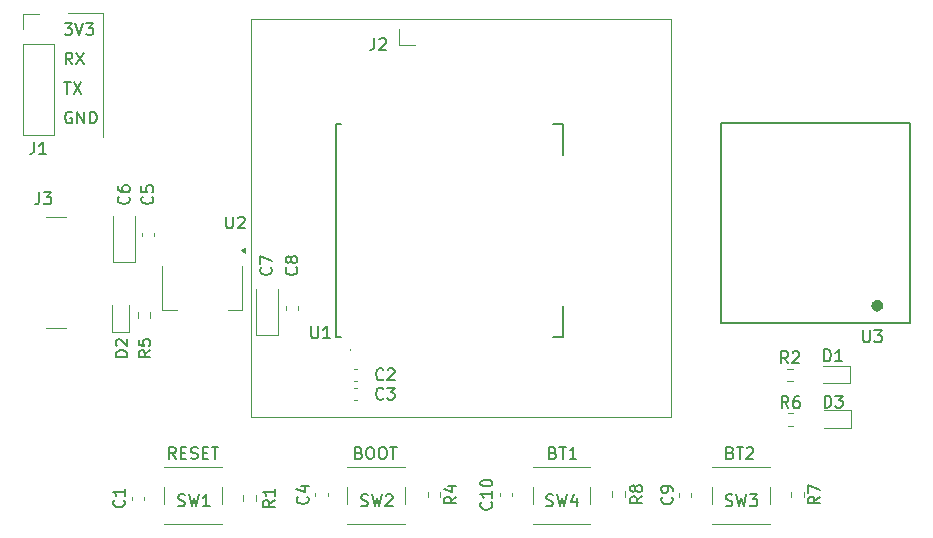
<source format=gbr>
%TF.GenerationSoftware,KiCad,Pcbnew,8.0.5*%
%TF.CreationDate,2024-11-10T21:17:35+07:00*%
%TF.ProjectId,PCB_MASTER,5043425f-4d41-4535-9445-522e6b696361,rev?*%
%TF.SameCoordinates,Original*%
%TF.FileFunction,Legend,Top*%
%TF.FilePolarity,Positive*%
%FSLAX46Y46*%
G04 Gerber Fmt 4.6, Leading zero omitted, Abs format (unit mm)*
G04 Created by KiCad (PCBNEW 8.0.5) date 2024-11-10 21:17:35*
%MOMM*%
%LPD*%
G01*
G04 APERTURE LIST*
%ADD10C,0.100000*%
%ADD11C,0.150000*%
%ADD12C,0.120000*%
%ADD13C,0.200000*%
%ADD14C,0.812800*%
G04 APERTURE END LIST*
D10*
X99500000Y-65500000D02*
X102500000Y-65500000D01*
X102500000Y-65500000D02*
X102500000Y-76000000D01*
D11*
X99193922Y-71369819D02*
X99765350Y-71369819D01*
X99479636Y-72369819D02*
X99479636Y-71369819D01*
X100003446Y-71369819D02*
X100670112Y-72369819D01*
X100670112Y-71369819D02*
X100003446Y-72369819D01*
X99241541Y-66369819D02*
X99860588Y-66369819D01*
X99860588Y-66369819D02*
X99527255Y-66750771D01*
X99527255Y-66750771D02*
X99670112Y-66750771D01*
X99670112Y-66750771D02*
X99765350Y-66798390D01*
X99765350Y-66798390D02*
X99812969Y-66846009D01*
X99812969Y-66846009D02*
X99860588Y-66941247D01*
X99860588Y-66941247D02*
X99860588Y-67179342D01*
X99860588Y-67179342D02*
X99812969Y-67274580D01*
X99812969Y-67274580D02*
X99765350Y-67322200D01*
X99765350Y-67322200D02*
X99670112Y-67369819D01*
X99670112Y-67369819D02*
X99384398Y-67369819D01*
X99384398Y-67369819D02*
X99289160Y-67322200D01*
X99289160Y-67322200D02*
X99241541Y-67274580D01*
X100146303Y-66369819D02*
X100479636Y-67369819D01*
X100479636Y-67369819D02*
X100812969Y-66369819D01*
X101051065Y-66369819D02*
X101670112Y-66369819D01*
X101670112Y-66369819D02*
X101336779Y-66750771D01*
X101336779Y-66750771D02*
X101479636Y-66750771D01*
X101479636Y-66750771D02*
X101574874Y-66798390D01*
X101574874Y-66798390D02*
X101622493Y-66846009D01*
X101622493Y-66846009D02*
X101670112Y-66941247D01*
X101670112Y-66941247D02*
X101670112Y-67179342D01*
X101670112Y-67179342D02*
X101622493Y-67274580D01*
X101622493Y-67274580D02*
X101574874Y-67322200D01*
X101574874Y-67322200D02*
X101479636Y-67369819D01*
X101479636Y-67369819D02*
X101193922Y-67369819D01*
X101193922Y-67369819D02*
X101098684Y-67322200D01*
X101098684Y-67322200D02*
X101051065Y-67274580D01*
X99908207Y-69869819D02*
X99574874Y-69393628D01*
X99336779Y-69869819D02*
X99336779Y-68869819D01*
X99336779Y-68869819D02*
X99717731Y-68869819D01*
X99717731Y-68869819D02*
X99812969Y-68917438D01*
X99812969Y-68917438D02*
X99860588Y-68965057D01*
X99860588Y-68965057D02*
X99908207Y-69060295D01*
X99908207Y-69060295D02*
X99908207Y-69203152D01*
X99908207Y-69203152D02*
X99860588Y-69298390D01*
X99860588Y-69298390D02*
X99812969Y-69346009D01*
X99812969Y-69346009D02*
X99717731Y-69393628D01*
X99717731Y-69393628D02*
X99336779Y-69393628D01*
X100241541Y-68869819D02*
X100908207Y-69869819D01*
X100908207Y-68869819D02*
X100241541Y-69869819D01*
X124170112Y-102746009D02*
X124312969Y-102793628D01*
X124312969Y-102793628D02*
X124360588Y-102841247D01*
X124360588Y-102841247D02*
X124408207Y-102936485D01*
X124408207Y-102936485D02*
X124408207Y-103079342D01*
X124408207Y-103079342D02*
X124360588Y-103174580D01*
X124360588Y-103174580D02*
X124312969Y-103222200D01*
X124312969Y-103222200D02*
X124217731Y-103269819D01*
X124217731Y-103269819D02*
X123836779Y-103269819D01*
X123836779Y-103269819D02*
X123836779Y-102269819D01*
X123836779Y-102269819D02*
X124170112Y-102269819D01*
X124170112Y-102269819D02*
X124265350Y-102317438D01*
X124265350Y-102317438D02*
X124312969Y-102365057D01*
X124312969Y-102365057D02*
X124360588Y-102460295D01*
X124360588Y-102460295D02*
X124360588Y-102555533D01*
X124360588Y-102555533D02*
X124312969Y-102650771D01*
X124312969Y-102650771D02*
X124265350Y-102698390D01*
X124265350Y-102698390D02*
X124170112Y-102746009D01*
X124170112Y-102746009D02*
X123836779Y-102746009D01*
X125027255Y-102269819D02*
X125217731Y-102269819D01*
X125217731Y-102269819D02*
X125312969Y-102317438D01*
X125312969Y-102317438D02*
X125408207Y-102412676D01*
X125408207Y-102412676D02*
X125455826Y-102603152D01*
X125455826Y-102603152D02*
X125455826Y-102936485D01*
X125455826Y-102936485D02*
X125408207Y-103126961D01*
X125408207Y-103126961D02*
X125312969Y-103222200D01*
X125312969Y-103222200D02*
X125217731Y-103269819D01*
X125217731Y-103269819D02*
X125027255Y-103269819D01*
X125027255Y-103269819D02*
X124932017Y-103222200D01*
X124932017Y-103222200D02*
X124836779Y-103126961D01*
X124836779Y-103126961D02*
X124789160Y-102936485D01*
X124789160Y-102936485D02*
X124789160Y-102603152D01*
X124789160Y-102603152D02*
X124836779Y-102412676D01*
X124836779Y-102412676D02*
X124932017Y-102317438D01*
X124932017Y-102317438D02*
X125027255Y-102269819D01*
X126074874Y-102269819D02*
X126265350Y-102269819D01*
X126265350Y-102269819D02*
X126360588Y-102317438D01*
X126360588Y-102317438D02*
X126455826Y-102412676D01*
X126455826Y-102412676D02*
X126503445Y-102603152D01*
X126503445Y-102603152D02*
X126503445Y-102936485D01*
X126503445Y-102936485D02*
X126455826Y-103126961D01*
X126455826Y-103126961D02*
X126360588Y-103222200D01*
X126360588Y-103222200D02*
X126265350Y-103269819D01*
X126265350Y-103269819D02*
X126074874Y-103269819D01*
X126074874Y-103269819D02*
X125979636Y-103222200D01*
X125979636Y-103222200D02*
X125884398Y-103126961D01*
X125884398Y-103126961D02*
X125836779Y-102936485D01*
X125836779Y-102936485D02*
X125836779Y-102603152D01*
X125836779Y-102603152D02*
X125884398Y-102412676D01*
X125884398Y-102412676D02*
X125979636Y-102317438D01*
X125979636Y-102317438D02*
X126074874Y-102269819D01*
X126789160Y-102269819D02*
X127360588Y-102269819D01*
X127074874Y-103269819D02*
X127074874Y-102269819D01*
X108658207Y-103269819D02*
X108324874Y-102793628D01*
X108086779Y-103269819D02*
X108086779Y-102269819D01*
X108086779Y-102269819D02*
X108467731Y-102269819D01*
X108467731Y-102269819D02*
X108562969Y-102317438D01*
X108562969Y-102317438D02*
X108610588Y-102365057D01*
X108610588Y-102365057D02*
X108658207Y-102460295D01*
X108658207Y-102460295D02*
X108658207Y-102603152D01*
X108658207Y-102603152D02*
X108610588Y-102698390D01*
X108610588Y-102698390D02*
X108562969Y-102746009D01*
X108562969Y-102746009D02*
X108467731Y-102793628D01*
X108467731Y-102793628D02*
X108086779Y-102793628D01*
X109086779Y-102746009D02*
X109420112Y-102746009D01*
X109562969Y-103269819D02*
X109086779Y-103269819D01*
X109086779Y-103269819D02*
X109086779Y-102269819D01*
X109086779Y-102269819D02*
X109562969Y-102269819D01*
X109943922Y-103222200D02*
X110086779Y-103269819D01*
X110086779Y-103269819D02*
X110324874Y-103269819D01*
X110324874Y-103269819D02*
X110420112Y-103222200D01*
X110420112Y-103222200D02*
X110467731Y-103174580D01*
X110467731Y-103174580D02*
X110515350Y-103079342D01*
X110515350Y-103079342D02*
X110515350Y-102984104D01*
X110515350Y-102984104D02*
X110467731Y-102888866D01*
X110467731Y-102888866D02*
X110420112Y-102841247D01*
X110420112Y-102841247D02*
X110324874Y-102793628D01*
X110324874Y-102793628D02*
X110134398Y-102746009D01*
X110134398Y-102746009D02*
X110039160Y-102698390D01*
X110039160Y-102698390D02*
X109991541Y-102650771D01*
X109991541Y-102650771D02*
X109943922Y-102555533D01*
X109943922Y-102555533D02*
X109943922Y-102460295D01*
X109943922Y-102460295D02*
X109991541Y-102365057D01*
X109991541Y-102365057D02*
X110039160Y-102317438D01*
X110039160Y-102317438D02*
X110134398Y-102269819D01*
X110134398Y-102269819D02*
X110372493Y-102269819D01*
X110372493Y-102269819D02*
X110515350Y-102317438D01*
X110943922Y-102746009D02*
X111277255Y-102746009D01*
X111420112Y-103269819D02*
X110943922Y-103269819D01*
X110943922Y-103269819D02*
X110943922Y-102269819D01*
X110943922Y-102269819D02*
X111420112Y-102269819D01*
X111705827Y-102269819D02*
X112277255Y-102269819D01*
X111991541Y-103269819D02*
X111991541Y-102269819D01*
X99860588Y-73917438D02*
X99765350Y-73869819D01*
X99765350Y-73869819D02*
X99622493Y-73869819D01*
X99622493Y-73869819D02*
X99479636Y-73917438D01*
X99479636Y-73917438D02*
X99384398Y-74012676D01*
X99384398Y-74012676D02*
X99336779Y-74107914D01*
X99336779Y-74107914D02*
X99289160Y-74298390D01*
X99289160Y-74298390D02*
X99289160Y-74441247D01*
X99289160Y-74441247D02*
X99336779Y-74631723D01*
X99336779Y-74631723D02*
X99384398Y-74726961D01*
X99384398Y-74726961D02*
X99479636Y-74822200D01*
X99479636Y-74822200D02*
X99622493Y-74869819D01*
X99622493Y-74869819D02*
X99717731Y-74869819D01*
X99717731Y-74869819D02*
X99860588Y-74822200D01*
X99860588Y-74822200D02*
X99908207Y-74774580D01*
X99908207Y-74774580D02*
X99908207Y-74441247D01*
X99908207Y-74441247D02*
X99717731Y-74441247D01*
X100336779Y-74869819D02*
X100336779Y-73869819D01*
X100336779Y-73869819D02*
X100908207Y-74869819D01*
X100908207Y-74869819D02*
X100908207Y-73869819D01*
X101384398Y-74869819D02*
X101384398Y-73869819D01*
X101384398Y-73869819D02*
X101622493Y-73869819D01*
X101622493Y-73869819D02*
X101765350Y-73917438D01*
X101765350Y-73917438D02*
X101860588Y-74012676D01*
X101860588Y-74012676D02*
X101908207Y-74107914D01*
X101908207Y-74107914D02*
X101955826Y-74298390D01*
X101955826Y-74298390D02*
X101955826Y-74441247D01*
X101955826Y-74441247D02*
X101908207Y-74631723D01*
X101908207Y-74631723D02*
X101860588Y-74726961D01*
X101860588Y-74726961D02*
X101765350Y-74822200D01*
X101765350Y-74822200D02*
X101622493Y-74869819D01*
X101622493Y-74869819D02*
X101384398Y-74869819D01*
X140620112Y-102746009D02*
X140762969Y-102793628D01*
X140762969Y-102793628D02*
X140810588Y-102841247D01*
X140810588Y-102841247D02*
X140858207Y-102936485D01*
X140858207Y-102936485D02*
X140858207Y-103079342D01*
X140858207Y-103079342D02*
X140810588Y-103174580D01*
X140810588Y-103174580D02*
X140762969Y-103222200D01*
X140762969Y-103222200D02*
X140667731Y-103269819D01*
X140667731Y-103269819D02*
X140286779Y-103269819D01*
X140286779Y-103269819D02*
X140286779Y-102269819D01*
X140286779Y-102269819D02*
X140620112Y-102269819D01*
X140620112Y-102269819D02*
X140715350Y-102317438D01*
X140715350Y-102317438D02*
X140762969Y-102365057D01*
X140762969Y-102365057D02*
X140810588Y-102460295D01*
X140810588Y-102460295D02*
X140810588Y-102555533D01*
X140810588Y-102555533D02*
X140762969Y-102650771D01*
X140762969Y-102650771D02*
X140715350Y-102698390D01*
X140715350Y-102698390D02*
X140620112Y-102746009D01*
X140620112Y-102746009D02*
X140286779Y-102746009D01*
X141143922Y-102269819D02*
X141715350Y-102269819D01*
X141429636Y-103269819D02*
X141429636Y-102269819D01*
X142572493Y-103269819D02*
X142001065Y-103269819D01*
X142286779Y-103269819D02*
X142286779Y-102269819D01*
X142286779Y-102269819D02*
X142191541Y-102412676D01*
X142191541Y-102412676D02*
X142096303Y-102507914D01*
X142096303Y-102507914D02*
X142001065Y-102555533D01*
X155620112Y-102746009D02*
X155762969Y-102793628D01*
X155762969Y-102793628D02*
X155810588Y-102841247D01*
X155810588Y-102841247D02*
X155858207Y-102936485D01*
X155858207Y-102936485D02*
X155858207Y-103079342D01*
X155858207Y-103079342D02*
X155810588Y-103174580D01*
X155810588Y-103174580D02*
X155762969Y-103222200D01*
X155762969Y-103222200D02*
X155667731Y-103269819D01*
X155667731Y-103269819D02*
X155286779Y-103269819D01*
X155286779Y-103269819D02*
X155286779Y-102269819D01*
X155286779Y-102269819D02*
X155620112Y-102269819D01*
X155620112Y-102269819D02*
X155715350Y-102317438D01*
X155715350Y-102317438D02*
X155762969Y-102365057D01*
X155762969Y-102365057D02*
X155810588Y-102460295D01*
X155810588Y-102460295D02*
X155810588Y-102555533D01*
X155810588Y-102555533D02*
X155762969Y-102650771D01*
X155762969Y-102650771D02*
X155715350Y-102698390D01*
X155715350Y-102698390D02*
X155620112Y-102746009D01*
X155620112Y-102746009D02*
X155286779Y-102746009D01*
X156143922Y-102269819D02*
X156715350Y-102269819D01*
X156429636Y-103269819D02*
X156429636Y-102269819D01*
X157001065Y-102365057D02*
X157048684Y-102317438D01*
X157048684Y-102317438D02*
X157143922Y-102269819D01*
X157143922Y-102269819D02*
X157382017Y-102269819D01*
X157382017Y-102269819D02*
X157477255Y-102317438D01*
X157477255Y-102317438D02*
X157524874Y-102365057D01*
X157524874Y-102365057D02*
X157572493Y-102460295D01*
X157572493Y-102460295D02*
X157572493Y-102555533D01*
X157572493Y-102555533D02*
X157524874Y-102698390D01*
X157524874Y-102698390D02*
X156953446Y-103269819D01*
X156953446Y-103269819D02*
X157572493Y-103269819D01*
X160508333Y-95174819D02*
X160175000Y-94698628D01*
X159936905Y-95174819D02*
X159936905Y-94174819D01*
X159936905Y-94174819D02*
X160317857Y-94174819D01*
X160317857Y-94174819D02*
X160413095Y-94222438D01*
X160413095Y-94222438D02*
X160460714Y-94270057D01*
X160460714Y-94270057D02*
X160508333Y-94365295D01*
X160508333Y-94365295D02*
X160508333Y-94508152D01*
X160508333Y-94508152D02*
X160460714Y-94603390D01*
X160460714Y-94603390D02*
X160413095Y-94651009D01*
X160413095Y-94651009D02*
X160317857Y-94698628D01*
X160317857Y-94698628D02*
X159936905Y-94698628D01*
X160889286Y-94270057D02*
X160936905Y-94222438D01*
X160936905Y-94222438D02*
X161032143Y-94174819D01*
X161032143Y-94174819D02*
X161270238Y-94174819D01*
X161270238Y-94174819D02*
X161365476Y-94222438D01*
X161365476Y-94222438D02*
X161413095Y-94270057D01*
X161413095Y-94270057D02*
X161460714Y-94365295D01*
X161460714Y-94365295D02*
X161460714Y-94460533D01*
X161460714Y-94460533D02*
X161413095Y-94603390D01*
X161413095Y-94603390D02*
X160841667Y-95174819D01*
X160841667Y-95174819D02*
X161460714Y-95174819D01*
X135359580Y-106942857D02*
X135407200Y-106990476D01*
X135407200Y-106990476D02*
X135454819Y-107133333D01*
X135454819Y-107133333D02*
X135454819Y-107228571D01*
X135454819Y-107228571D02*
X135407200Y-107371428D01*
X135407200Y-107371428D02*
X135311961Y-107466666D01*
X135311961Y-107466666D02*
X135216723Y-107514285D01*
X135216723Y-107514285D02*
X135026247Y-107561904D01*
X135026247Y-107561904D02*
X134883390Y-107561904D01*
X134883390Y-107561904D02*
X134692914Y-107514285D01*
X134692914Y-107514285D02*
X134597676Y-107466666D01*
X134597676Y-107466666D02*
X134502438Y-107371428D01*
X134502438Y-107371428D02*
X134454819Y-107228571D01*
X134454819Y-107228571D02*
X134454819Y-107133333D01*
X134454819Y-107133333D02*
X134502438Y-106990476D01*
X134502438Y-106990476D02*
X134550057Y-106942857D01*
X135454819Y-105990476D02*
X135454819Y-106561904D01*
X135454819Y-106276190D02*
X134454819Y-106276190D01*
X134454819Y-106276190D02*
X134597676Y-106371428D01*
X134597676Y-106371428D02*
X134692914Y-106466666D01*
X134692914Y-106466666D02*
X134740533Y-106561904D01*
X134454819Y-105371428D02*
X134454819Y-105276190D01*
X134454819Y-105276190D02*
X134502438Y-105180952D01*
X134502438Y-105180952D02*
X134550057Y-105133333D01*
X134550057Y-105133333D02*
X134645295Y-105085714D01*
X134645295Y-105085714D02*
X134835771Y-105038095D01*
X134835771Y-105038095D02*
X135073866Y-105038095D01*
X135073866Y-105038095D02*
X135264342Y-105085714D01*
X135264342Y-105085714D02*
X135359580Y-105133333D01*
X135359580Y-105133333D02*
X135407200Y-105180952D01*
X135407200Y-105180952D02*
X135454819Y-105276190D01*
X135454819Y-105276190D02*
X135454819Y-105371428D01*
X135454819Y-105371428D02*
X135407200Y-105466666D01*
X135407200Y-105466666D02*
X135359580Y-105514285D01*
X135359580Y-105514285D02*
X135264342Y-105561904D01*
X135264342Y-105561904D02*
X135073866Y-105609523D01*
X135073866Y-105609523D02*
X134835771Y-105609523D01*
X134835771Y-105609523D02*
X134645295Y-105561904D01*
X134645295Y-105561904D02*
X134550057Y-105514285D01*
X134550057Y-105514285D02*
X134502438Y-105466666D01*
X134502438Y-105466666D02*
X134454819Y-105371428D01*
X163561905Y-95004819D02*
X163561905Y-94004819D01*
X163561905Y-94004819D02*
X163800000Y-94004819D01*
X163800000Y-94004819D02*
X163942857Y-94052438D01*
X163942857Y-94052438D02*
X164038095Y-94147676D01*
X164038095Y-94147676D02*
X164085714Y-94242914D01*
X164085714Y-94242914D02*
X164133333Y-94433390D01*
X164133333Y-94433390D02*
X164133333Y-94576247D01*
X164133333Y-94576247D02*
X164085714Y-94766723D01*
X164085714Y-94766723D02*
X164038095Y-94861961D01*
X164038095Y-94861961D02*
X163942857Y-94957200D01*
X163942857Y-94957200D02*
X163800000Y-95004819D01*
X163800000Y-95004819D02*
X163561905Y-95004819D01*
X165085714Y-95004819D02*
X164514286Y-95004819D01*
X164800000Y-95004819D02*
X164800000Y-94004819D01*
X164800000Y-94004819D02*
X164704762Y-94147676D01*
X164704762Y-94147676D02*
X164609524Y-94242914D01*
X164609524Y-94242914D02*
X164514286Y-94290533D01*
X108863910Y-107232200D02*
X109006767Y-107279819D01*
X109006767Y-107279819D02*
X109244862Y-107279819D01*
X109244862Y-107279819D02*
X109340100Y-107232200D01*
X109340100Y-107232200D02*
X109387719Y-107184580D01*
X109387719Y-107184580D02*
X109435338Y-107089342D01*
X109435338Y-107089342D02*
X109435338Y-106994104D01*
X109435338Y-106994104D02*
X109387719Y-106898866D01*
X109387719Y-106898866D02*
X109340100Y-106851247D01*
X109340100Y-106851247D02*
X109244862Y-106803628D01*
X109244862Y-106803628D02*
X109054386Y-106756009D01*
X109054386Y-106756009D02*
X108959148Y-106708390D01*
X108959148Y-106708390D02*
X108911529Y-106660771D01*
X108911529Y-106660771D02*
X108863910Y-106565533D01*
X108863910Y-106565533D02*
X108863910Y-106470295D01*
X108863910Y-106470295D02*
X108911529Y-106375057D01*
X108911529Y-106375057D02*
X108959148Y-106327438D01*
X108959148Y-106327438D02*
X109054386Y-106279819D01*
X109054386Y-106279819D02*
X109292481Y-106279819D01*
X109292481Y-106279819D02*
X109435338Y-106327438D01*
X109768672Y-106279819D02*
X110006767Y-107279819D01*
X110006767Y-107279819D02*
X110197243Y-106565533D01*
X110197243Y-106565533D02*
X110387719Y-107279819D01*
X110387719Y-107279819D02*
X110625815Y-106279819D01*
X111530576Y-107279819D02*
X110959148Y-107279819D01*
X111244862Y-107279819D02*
X111244862Y-106279819D01*
X111244862Y-106279819D02*
X111149624Y-106422676D01*
X111149624Y-106422676D02*
X111054386Y-106517914D01*
X111054386Y-106517914D02*
X110959148Y-106565533D01*
X132404819Y-106466666D02*
X131928628Y-106799999D01*
X132404819Y-107038094D02*
X131404819Y-107038094D01*
X131404819Y-107038094D02*
X131404819Y-106657142D01*
X131404819Y-106657142D02*
X131452438Y-106561904D01*
X131452438Y-106561904D02*
X131500057Y-106514285D01*
X131500057Y-106514285D02*
X131595295Y-106466666D01*
X131595295Y-106466666D02*
X131738152Y-106466666D01*
X131738152Y-106466666D02*
X131833390Y-106514285D01*
X131833390Y-106514285D02*
X131881009Y-106561904D01*
X131881009Y-106561904D02*
X131928628Y-106657142D01*
X131928628Y-106657142D02*
X131928628Y-107038094D01*
X131738152Y-105609523D02*
X132404819Y-105609523D01*
X131357200Y-105847618D02*
X132071485Y-106085713D01*
X132071485Y-106085713D02*
X132071485Y-105466666D01*
X163204819Y-106466666D02*
X162728628Y-106799999D01*
X163204819Y-107038094D02*
X162204819Y-107038094D01*
X162204819Y-107038094D02*
X162204819Y-106657142D01*
X162204819Y-106657142D02*
X162252438Y-106561904D01*
X162252438Y-106561904D02*
X162300057Y-106514285D01*
X162300057Y-106514285D02*
X162395295Y-106466666D01*
X162395295Y-106466666D02*
X162538152Y-106466666D01*
X162538152Y-106466666D02*
X162633390Y-106514285D01*
X162633390Y-106514285D02*
X162681009Y-106561904D01*
X162681009Y-106561904D02*
X162728628Y-106657142D01*
X162728628Y-106657142D02*
X162728628Y-107038094D01*
X162204819Y-106133332D02*
X162204819Y-105466666D01*
X162204819Y-105466666D02*
X163204819Y-105895237D01*
X163586905Y-98924819D02*
X163586905Y-97924819D01*
X163586905Y-97924819D02*
X163825000Y-97924819D01*
X163825000Y-97924819D02*
X163967857Y-97972438D01*
X163967857Y-97972438D02*
X164063095Y-98067676D01*
X164063095Y-98067676D02*
X164110714Y-98162914D01*
X164110714Y-98162914D02*
X164158333Y-98353390D01*
X164158333Y-98353390D02*
X164158333Y-98496247D01*
X164158333Y-98496247D02*
X164110714Y-98686723D01*
X164110714Y-98686723D02*
X164063095Y-98781961D01*
X164063095Y-98781961D02*
X163967857Y-98877200D01*
X163967857Y-98877200D02*
X163825000Y-98924819D01*
X163825000Y-98924819D02*
X163586905Y-98924819D01*
X164491667Y-97924819D02*
X165110714Y-97924819D01*
X165110714Y-97924819D02*
X164777381Y-98305771D01*
X164777381Y-98305771D02*
X164920238Y-98305771D01*
X164920238Y-98305771D02*
X165015476Y-98353390D01*
X165015476Y-98353390D02*
X165063095Y-98401009D01*
X165063095Y-98401009D02*
X165110714Y-98496247D01*
X165110714Y-98496247D02*
X165110714Y-98734342D01*
X165110714Y-98734342D02*
X165063095Y-98829580D01*
X165063095Y-98829580D02*
X165015476Y-98877200D01*
X165015476Y-98877200D02*
X164920238Y-98924819D01*
X164920238Y-98924819D02*
X164634524Y-98924819D01*
X164634524Y-98924819D02*
X164539286Y-98877200D01*
X164539286Y-98877200D02*
X164491667Y-98829580D01*
X120138095Y-92054819D02*
X120138095Y-92864342D01*
X120138095Y-92864342D02*
X120185714Y-92959580D01*
X120185714Y-92959580D02*
X120233333Y-93007200D01*
X120233333Y-93007200D02*
X120328571Y-93054819D01*
X120328571Y-93054819D02*
X120519047Y-93054819D01*
X120519047Y-93054819D02*
X120614285Y-93007200D01*
X120614285Y-93007200D02*
X120661904Y-92959580D01*
X120661904Y-92959580D02*
X120709523Y-92864342D01*
X120709523Y-92864342D02*
X120709523Y-92054819D01*
X121709523Y-93054819D02*
X121138095Y-93054819D01*
X121423809Y-93054819D02*
X121423809Y-92054819D01*
X121423809Y-92054819D02*
X121328571Y-92197676D01*
X121328571Y-92197676D02*
X121233333Y-92292914D01*
X121233333Y-92292914D02*
X121138095Y-92340533D01*
X166863095Y-92389819D02*
X166863095Y-93199342D01*
X166863095Y-93199342D02*
X166910714Y-93294580D01*
X166910714Y-93294580D02*
X166958333Y-93342200D01*
X166958333Y-93342200D02*
X167053571Y-93389819D01*
X167053571Y-93389819D02*
X167244047Y-93389819D01*
X167244047Y-93389819D02*
X167339285Y-93342200D01*
X167339285Y-93342200D02*
X167386904Y-93294580D01*
X167386904Y-93294580D02*
X167434523Y-93199342D01*
X167434523Y-93199342D02*
X167434523Y-92389819D01*
X167815476Y-92389819D02*
X168434523Y-92389819D01*
X168434523Y-92389819D02*
X168101190Y-92770771D01*
X168101190Y-92770771D02*
X168244047Y-92770771D01*
X168244047Y-92770771D02*
X168339285Y-92818390D01*
X168339285Y-92818390D02*
X168386904Y-92866009D01*
X168386904Y-92866009D02*
X168434523Y-92961247D01*
X168434523Y-92961247D02*
X168434523Y-93199342D01*
X168434523Y-93199342D02*
X168386904Y-93294580D01*
X168386904Y-93294580D02*
X168339285Y-93342200D01*
X168339285Y-93342200D02*
X168244047Y-93389819D01*
X168244047Y-93389819D02*
X167958333Y-93389819D01*
X167958333Y-93389819D02*
X167863095Y-93342200D01*
X167863095Y-93342200D02*
X167815476Y-93294580D01*
X104560178Y-94660155D02*
X103560178Y-94660155D01*
X103560178Y-94660155D02*
X103560178Y-94422060D01*
X103560178Y-94422060D02*
X103607797Y-94279203D01*
X103607797Y-94279203D02*
X103703035Y-94183965D01*
X103703035Y-94183965D02*
X103798273Y-94136346D01*
X103798273Y-94136346D02*
X103988749Y-94088727D01*
X103988749Y-94088727D02*
X104131606Y-94088727D01*
X104131606Y-94088727D02*
X104322082Y-94136346D01*
X104322082Y-94136346D02*
X104417320Y-94183965D01*
X104417320Y-94183965D02*
X104512559Y-94279203D01*
X104512559Y-94279203D02*
X104560178Y-94422060D01*
X104560178Y-94422060D02*
X104560178Y-94660155D01*
X103655416Y-93707774D02*
X103607797Y-93660155D01*
X103607797Y-93660155D02*
X103560178Y-93564917D01*
X103560178Y-93564917D02*
X103560178Y-93326822D01*
X103560178Y-93326822D02*
X103607797Y-93231584D01*
X103607797Y-93231584D02*
X103655416Y-93183965D01*
X103655416Y-93183965D02*
X103750654Y-93136346D01*
X103750654Y-93136346D02*
X103845892Y-93136346D01*
X103845892Y-93136346D02*
X103988749Y-93183965D01*
X103988749Y-93183965D02*
X104560178Y-93755393D01*
X104560178Y-93755393D02*
X104560178Y-93136346D01*
X97116666Y-80704819D02*
X97116666Y-81419104D01*
X97116666Y-81419104D02*
X97069047Y-81561961D01*
X97069047Y-81561961D02*
X96973809Y-81657200D01*
X96973809Y-81657200D02*
X96830952Y-81704819D01*
X96830952Y-81704819D02*
X96735714Y-81704819D01*
X97497619Y-80704819D02*
X98116666Y-80704819D01*
X98116666Y-80704819D02*
X97783333Y-81085771D01*
X97783333Y-81085771D02*
X97926190Y-81085771D01*
X97926190Y-81085771D02*
X98021428Y-81133390D01*
X98021428Y-81133390D02*
X98069047Y-81181009D01*
X98069047Y-81181009D02*
X98116666Y-81276247D01*
X98116666Y-81276247D02*
X98116666Y-81514342D01*
X98116666Y-81514342D02*
X98069047Y-81609580D01*
X98069047Y-81609580D02*
X98021428Y-81657200D01*
X98021428Y-81657200D02*
X97926190Y-81704819D01*
X97926190Y-81704819D02*
X97640476Y-81704819D01*
X97640476Y-81704819D02*
X97545238Y-81657200D01*
X97545238Y-81657200D02*
X97497619Y-81609580D01*
X116709580Y-87066666D02*
X116757200Y-87114285D01*
X116757200Y-87114285D02*
X116804819Y-87257142D01*
X116804819Y-87257142D02*
X116804819Y-87352380D01*
X116804819Y-87352380D02*
X116757200Y-87495237D01*
X116757200Y-87495237D02*
X116661961Y-87590475D01*
X116661961Y-87590475D02*
X116566723Y-87638094D01*
X116566723Y-87638094D02*
X116376247Y-87685713D01*
X116376247Y-87685713D02*
X116233390Y-87685713D01*
X116233390Y-87685713D02*
X116042914Y-87638094D01*
X116042914Y-87638094D02*
X115947676Y-87590475D01*
X115947676Y-87590475D02*
X115852438Y-87495237D01*
X115852438Y-87495237D02*
X115804819Y-87352380D01*
X115804819Y-87352380D02*
X115804819Y-87257142D01*
X115804819Y-87257142D02*
X115852438Y-87114285D01*
X115852438Y-87114285D02*
X115900057Y-87066666D01*
X115804819Y-86733332D02*
X115804819Y-86066666D01*
X115804819Y-86066666D02*
X116804819Y-86495237D01*
X140030651Y-107232200D02*
X140173508Y-107279819D01*
X140173508Y-107279819D02*
X140411603Y-107279819D01*
X140411603Y-107279819D02*
X140506841Y-107232200D01*
X140506841Y-107232200D02*
X140554460Y-107184580D01*
X140554460Y-107184580D02*
X140602079Y-107089342D01*
X140602079Y-107089342D02*
X140602079Y-106994104D01*
X140602079Y-106994104D02*
X140554460Y-106898866D01*
X140554460Y-106898866D02*
X140506841Y-106851247D01*
X140506841Y-106851247D02*
X140411603Y-106803628D01*
X140411603Y-106803628D02*
X140221127Y-106756009D01*
X140221127Y-106756009D02*
X140125889Y-106708390D01*
X140125889Y-106708390D02*
X140078270Y-106660771D01*
X140078270Y-106660771D02*
X140030651Y-106565533D01*
X140030651Y-106565533D02*
X140030651Y-106470295D01*
X140030651Y-106470295D02*
X140078270Y-106375057D01*
X140078270Y-106375057D02*
X140125889Y-106327438D01*
X140125889Y-106327438D02*
X140221127Y-106279819D01*
X140221127Y-106279819D02*
X140459222Y-106279819D01*
X140459222Y-106279819D02*
X140602079Y-106327438D01*
X140935413Y-106279819D02*
X141173508Y-107279819D01*
X141173508Y-107279819D02*
X141363984Y-106565533D01*
X141363984Y-106565533D02*
X141554460Y-107279819D01*
X141554460Y-107279819D02*
X141792556Y-106279819D01*
X142602079Y-106613152D02*
X142602079Y-107279819D01*
X142363984Y-106232200D02*
X142125889Y-106946485D01*
X142125889Y-106946485D02*
X142744936Y-106946485D01*
X150663702Y-106509655D02*
X150711322Y-106557274D01*
X150711322Y-106557274D02*
X150758941Y-106700131D01*
X150758941Y-106700131D02*
X150758941Y-106795369D01*
X150758941Y-106795369D02*
X150711322Y-106938226D01*
X150711322Y-106938226D02*
X150616083Y-107033464D01*
X150616083Y-107033464D02*
X150520845Y-107081083D01*
X150520845Y-107081083D02*
X150330369Y-107128702D01*
X150330369Y-107128702D02*
X150187512Y-107128702D01*
X150187512Y-107128702D02*
X149997036Y-107081083D01*
X149997036Y-107081083D02*
X149901798Y-107033464D01*
X149901798Y-107033464D02*
X149806560Y-106938226D01*
X149806560Y-106938226D02*
X149758941Y-106795369D01*
X149758941Y-106795369D02*
X149758941Y-106700131D01*
X149758941Y-106700131D02*
X149806560Y-106557274D01*
X149806560Y-106557274D02*
X149854179Y-106509655D01*
X150758941Y-106033464D02*
X150758941Y-105842988D01*
X150758941Y-105842988D02*
X150711322Y-105747750D01*
X150711322Y-105747750D02*
X150663702Y-105700131D01*
X150663702Y-105700131D02*
X150520845Y-105604893D01*
X150520845Y-105604893D02*
X150330369Y-105557274D01*
X150330369Y-105557274D02*
X149949417Y-105557274D01*
X149949417Y-105557274D02*
X149854179Y-105604893D01*
X149854179Y-105604893D02*
X149806560Y-105652512D01*
X149806560Y-105652512D02*
X149758941Y-105747750D01*
X149758941Y-105747750D02*
X149758941Y-105938226D01*
X149758941Y-105938226D02*
X149806560Y-106033464D01*
X149806560Y-106033464D02*
X149854179Y-106081083D01*
X149854179Y-106081083D02*
X149949417Y-106128702D01*
X149949417Y-106128702D02*
X150187512Y-106128702D01*
X150187512Y-106128702D02*
X150282750Y-106081083D01*
X150282750Y-106081083D02*
X150330369Y-106033464D01*
X150330369Y-106033464D02*
X150377988Y-105938226D01*
X150377988Y-105938226D02*
X150377988Y-105747750D01*
X150377988Y-105747750D02*
X150330369Y-105652512D01*
X150330369Y-105652512D02*
X150282750Y-105604893D01*
X150282750Y-105604893D02*
X150187512Y-105557274D01*
X106510178Y-94088727D02*
X106033987Y-94422060D01*
X106510178Y-94660155D02*
X105510178Y-94660155D01*
X105510178Y-94660155D02*
X105510178Y-94279203D01*
X105510178Y-94279203D02*
X105557797Y-94183965D01*
X105557797Y-94183965D02*
X105605416Y-94136346D01*
X105605416Y-94136346D02*
X105700654Y-94088727D01*
X105700654Y-94088727D02*
X105843511Y-94088727D01*
X105843511Y-94088727D02*
X105938749Y-94136346D01*
X105938749Y-94136346D02*
X105986368Y-94183965D01*
X105986368Y-94183965D02*
X106033987Y-94279203D01*
X106033987Y-94279203D02*
X106033987Y-94660155D01*
X105510178Y-93183965D02*
X105510178Y-93660155D01*
X105510178Y-93660155D02*
X105986368Y-93707774D01*
X105986368Y-93707774D02*
X105938749Y-93660155D01*
X105938749Y-93660155D02*
X105891130Y-93564917D01*
X105891130Y-93564917D02*
X105891130Y-93326822D01*
X105891130Y-93326822D02*
X105938749Y-93231584D01*
X105938749Y-93231584D02*
X105986368Y-93183965D01*
X105986368Y-93183965D02*
X106081606Y-93136346D01*
X106081606Y-93136346D02*
X106319701Y-93136346D01*
X106319701Y-93136346D02*
X106414939Y-93183965D01*
X106414939Y-93183965D02*
X106462559Y-93231584D01*
X106462559Y-93231584D02*
X106510178Y-93326822D01*
X106510178Y-93326822D02*
X106510178Y-93564917D01*
X106510178Y-93564917D02*
X106462559Y-93660155D01*
X106462559Y-93660155D02*
X106414939Y-93707774D01*
X126233333Y-98159580D02*
X126185714Y-98207200D01*
X126185714Y-98207200D02*
X126042857Y-98254819D01*
X126042857Y-98254819D02*
X125947619Y-98254819D01*
X125947619Y-98254819D02*
X125804762Y-98207200D01*
X125804762Y-98207200D02*
X125709524Y-98111961D01*
X125709524Y-98111961D02*
X125661905Y-98016723D01*
X125661905Y-98016723D02*
X125614286Y-97826247D01*
X125614286Y-97826247D02*
X125614286Y-97683390D01*
X125614286Y-97683390D02*
X125661905Y-97492914D01*
X125661905Y-97492914D02*
X125709524Y-97397676D01*
X125709524Y-97397676D02*
X125804762Y-97302438D01*
X125804762Y-97302438D02*
X125947619Y-97254819D01*
X125947619Y-97254819D02*
X126042857Y-97254819D01*
X126042857Y-97254819D02*
X126185714Y-97302438D01*
X126185714Y-97302438D02*
X126233333Y-97350057D01*
X126566667Y-97254819D02*
X127185714Y-97254819D01*
X127185714Y-97254819D02*
X126852381Y-97635771D01*
X126852381Y-97635771D02*
X126995238Y-97635771D01*
X126995238Y-97635771D02*
X127090476Y-97683390D01*
X127090476Y-97683390D02*
X127138095Y-97731009D01*
X127138095Y-97731009D02*
X127185714Y-97826247D01*
X127185714Y-97826247D02*
X127185714Y-98064342D01*
X127185714Y-98064342D02*
X127138095Y-98159580D01*
X127138095Y-98159580D02*
X127090476Y-98207200D01*
X127090476Y-98207200D02*
X126995238Y-98254819D01*
X126995238Y-98254819D02*
X126709524Y-98254819D01*
X126709524Y-98254819D02*
X126614286Y-98207200D01*
X126614286Y-98207200D02*
X126566667Y-98159580D01*
X96666666Y-76454819D02*
X96666666Y-77169104D01*
X96666666Y-77169104D02*
X96619047Y-77311961D01*
X96619047Y-77311961D02*
X96523809Y-77407200D01*
X96523809Y-77407200D02*
X96380952Y-77454819D01*
X96380952Y-77454819D02*
X96285714Y-77454819D01*
X97666666Y-77454819D02*
X97095238Y-77454819D01*
X97380952Y-77454819D02*
X97380952Y-76454819D01*
X97380952Y-76454819D02*
X97285714Y-76597676D01*
X97285714Y-76597676D02*
X97190476Y-76692914D01*
X97190476Y-76692914D02*
X97095238Y-76740533D01*
X104659580Y-81066666D02*
X104707200Y-81114285D01*
X104707200Y-81114285D02*
X104754819Y-81257142D01*
X104754819Y-81257142D02*
X104754819Y-81352380D01*
X104754819Y-81352380D02*
X104707200Y-81495237D01*
X104707200Y-81495237D02*
X104611961Y-81590475D01*
X104611961Y-81590475D02*
X104516723Y-81638094D01*
X104516723Y-81638094D02*
X104326247Y-81685713D01*
X104326247Y-81685713D02*
X104183390Y-81685713D01*
X104183390Y-81685713D02*
X103992914Y-81638094D01*
X103992914Y-81638094D02*
X103897676Y-81590475D01*
X103897676Y-81590475D02*
X103802438Y-81495237D01*
X103802438Y-81495237D02*
X103754819Y-81352380D01*
X103754819Y-81352380D02*
X103754819Y-81257142D01*
X103754819Y-81257142D02*
X103802438Y-81114285D01*
X103802438Y-81114285D02*
X103850057Y-81066666D01*
X103754819Y-80209523D02*
X103754819Y-80399999D01*
X103754819Y-80399999D02*
X103802438Y-80495237D01*
X103802438Y-80495237D02*
X103850057Y-80542856D01*
X103850057Y-80542856D02*
X103992914Y-80638094D01*
X103992914Y-80638094D02*
X104183390Y-80685713D01*
X104183390Y-80685713D02*
X104564342Y-80685713D01*
X104564342Y-80685713D02*
X104659580Y-80638094D01*
X104659580Y-80638094D02*
X104707200Y-80590475D01*
X104707200Y-80590475D02*
X104754819Y-80495237D01*
X104754819Y-80495237D02*
X104754819Y-80304761D01*
X104754819Y-80304761D02*
X104707200Y-80209523D01*
X104707200Y-80209523D02*
X104659580Y-80161904D01*
X104659580Y-80161904D02*
X104564342Y-80114285D01*
X104564342Y-80114285D02*
X104326247Y-80114285D01*
X104326247Y-80114285D02*
X104231009Y-80161904D01*
X104231009Y-80161904D02*
X104183390Y-80209523D01*
X104183390Y-80209523D02*
X104135771Y-80304761D01*
X104135771Y-80304761D02*
X104135771Y-80495237D01*
X104135771Y-80495237D02*
X104183390Y-80590475D01*
X104183390Y-80590475D02*
X104231009Y-80638094D01*
X104231009Y-80638094D02*
X104326247Y-80685713D01*
X155210357Y-107232200D02*
X155353214Y-107279819D01*
X155353214Y-107279819D02*
X155591309Y-107279819D01*
X155591309Y-107279819D02*
X155686547Y-107232200D01*
X155686547Y-107232200D02*
X155734166Y-107184580D01*
X155734166Y-107184580D02*
X155781785Y-107089342D01*
X155781785Y-107089342D02*
X155781785Y-106994104D01*
X155781785Y-106994104D02*
X155734166Y-106898866D01*
X155734166Y-106898866D02*
X155686547Y-106851247D01*
X155686547Y-106851247D02*
X155591309Y-106803628D01*
X155591309Y-106803628D02*
X155400833Y-106756009D01*
X155400833Y-106756009D02*
X155305595Y-106708390D01*
X155305595Y-106708390D02*
X155257976Y-106660771D01*
X155257976Y-106660771D02*
X155210357Y-106565533D01*
X155210357Y-106565533D02*
X155210357Y-106470295D01*
X155210357Y-106470295D02*
X155257976Y-106375057D01*
X155257976Y-106375057D02*
X155305595Y-106327438D01*
X155305595Y-106327438D02*
X155400833Y-106279819D01*
X155400833Y-106279819D02*
X155638928Y-106279819D01*
X155638928Y-106279819D02*
X155781785Y-106327438D01*
X156115119Y-106279819D02*
X156353214Y-107279819D01*
X156353214Y-107279819D02*
X156543690Y-106565533D01*
X156543690Y-106565533D02*
X156734166Y-107279819D01*
X156734166Y-107279819D02*
X156972262Y-106279819D01*
X157257976Y-106279819D02*
X157877023Y-106279819D01*
X157877023Y-106279819D02*
X157543690Y-106660771D01*
X157543690Y-106660771D02*
X157686547Y-106660771D01*
X157686547Y-106660771D02*
X157781785Y-106708390D01*
X157781785Y-106708390D02*
X157829404Y-106756009D01*
X157829404Y-106756009D02*
X157877023Y-106851247D01*
X157877023Y-106851247D02*
X157877023Y-107089342D01*
X157877023Y-107089342D02*
X157829404Y-107184580D01*
X157829404Y-107184580D02*
X157781785Y-107232200D01*
X157781785Y-107232200D02*
X157686547Y-107279819D01*
X157686547Y-107279819D02*
X157400833Y-107279819D01*
X157400833Y-107279819D02*
X157305595Y-107232200D01*
X157305595Y-107232200D02*
X157257976Y-107184580D01*
X124358335Y-107232200D02*
X124501192Y-107279819D01*
X124501192Y-107279819D02*
X124739287Y-107279819D01*
X124739287Y-107279819D02*
X124834525Y-107232200D01*
X124834525Y-107232200D02*
X124882144Y-107184580D01*
X124882144Y-107184580D02*
X124929763Y-107089342D01*
X124929763Y-107089342D02*
X124929763Y-106994104D01*
X124929763Y-106994104D02*
X124882144Y-106898866D01*
X124882144Y-106898866D02*
X124834525Y-106851247D01*
X124834525Y-106851247D02*
X124739287Y-106803628D01*
X124739287Y-106803628D02*
X124548811Y-106756009D01*
X124548811Y-106756009D02*
X124453573Y-106708390D01*
X124453573Y-106708390D02*
X124405954Y-106660771D01*
X124405954Y-106660771D02*
X124358335Y-106565533D01*
X124358335Y-106565533D02*
X124358335Y-106470295D01*
X124358335Y-106470295D02*
X124405954Y-106375057D01*
X124405954Y-106375057D02*
X124453573Y-106327438D01*
X124453573Y-106327438D02*
X124548811Y-106279819D01*
X124548811Y-106279819D02*
X124786906Y-106279819D01*
X124786906Y-106279819D02*
X124929763Y-106327438D01*
X125263097Y-106279819D02*
X125501192Y-107279819D01*
X125501192Y-107279819D02*
X125691668Y-106565533D01*
X125691668Y-106565533D02*
X125882144Y-107279819D01*
X125882144Y-107279819D02*
X126120240Y-106279819D01*
X126453573Y-106375057D02*
X126501192Y-106327438D01*
X126501192Y-106327438D02*
X126596430Y-106279819D01*
X126596430Y-106279819D02*
X126834525Y-106279819D01*
X126834525Y-106279819D02*
X126929763Y-106327438D01*
X126929763Y-106327438D02*
X126977382Y-106375057D01*
X126977382Y-106375057D02*
X127025001Y-106470295D01*
X127025001Y-106470295D02*
X127025001Y-106565533D01*
X127025001Y-106565533D02*
X126977382Y-106708390D01*
X126977382Y-106708390D02*
X126405954Y-107279819D01*
X126405954Y-107279819D02*
X127025001Y-107279819D01*
X118859580Y-87066666D02*
X118907200Y-87114285D01*
X118907200Y-87114285D02*
X118954819Y-87257142D01*
X118954819Y-87257142D02*
X118954819Y-87352380D01*
X118954819Y-87352380D02*
X118907200Y-87495237D01*
X118907200Y-87495237D02*
X118811961Y-87590475D01*
X118811961Y-87590475D02*
X118716723Y-87638094D01*
X118716723Y-87638094D02*
X118526247Y-87685713D01*
X118526247Y-87685713D02*
X118383390Y-87685713D01*
X118383390Y-87685713D02*
X118192914Y-87638094D01*
X118192914Y-87638094D02*
X118097676Y-87590475D01*
X118097676Y-87590475D02*
X118002438Y-87495237D01*
X118002438Y-87495237D02*
X117954819Y-87352380D01*
X117954819Y-87352380D02*
X117954819Y-87257142D01*
X117954819Y-87257142D02*
X118002438Y-87114285D01*
X118002438Y-87114285D02*
X118050057Y-87066666D01*
X118383390Y-86495237D02*
X118335771Y-86590475D01*
X118335771Y-86590475D02*
X118288152Y-86638094D01*
X118288152Y-86638094D02*
X118192914Y-86685713D01*
X118192914Y-86685713D02*
X118145295Y-86685713D01*
X118145295Y-86685713D02*
X118050057Y-86638094D01*
X118050057Y-86638094D02*
X118002438Y-86590475D01*
X118002438Y-86590475D02*
X117954819Y-86495237D01*
X117954819Y-86495237D02*
X117954819Y-86304761D01*
X117954819Y-86304761D02*
X118002438Y-86209523D01*
X118002438Y-86209523D02*
X118050057Y-86161904D01*
X118050057Y-86161904D02*
X118145295Y-86114285D01*
X118145295Y-86114285D02*
X118192914Y-86114285D01*
X118192914Y-86114285D02*
X118288152Y-86161904D01*
X118288152Y-86161904D02*
X118335771Y-86209523D01*
X118335771Y-86209523D02*
X118383390Y-86304761D01*
X118383390Y-86304761D02*
X118383390Y-86495237D01*
X118383390Y-86495237D02*
X118431009Y-86590475D01*
X118431009Y-86590475D02*
X118478628Y-86638094D01*
X118478628Y-86638094D02*
X118573866Y-86685713D01*
X118573866Y-86685713D02*
X118764342Y-86685713D01*
X118764342Y-86685713D02*
X118859580Y-86638094D01*
X118859580Y-86638094D02*
X118907200Y-86590475D01*
X118907200Y-86590475D02*
X118954819Y-86495237D01*
X118954819Y-86495237D02*
X118954819Y-86304761D01*
X118954819Y-86304761D02*
X118907200Y-86209523D01*
X118907200Y-86209523D02*
X118859580Y-86161904D01*
X118859580Y-86161904D02*
X118764342Y-86114285D01*
X118764342Y-86114285D02*
X118573866Y-86114285D01*
X118573866Y-86114285D02*
X118478628Y-86161904D01*
X118478628Y-86161904D02*
X118431009Y-86209523D01*
X118431009Y-86209523D02*
X118383390Y-86304761D01*
X125466666Y-67654819D02*
X125466666Y-68369104D01*
X125466666Y-68369104D02*
X125419047Y-68511961D01*
X125419047Y-68511961D02*
X125323809Y-68607200D01*
X125323809Y-68607200D02*
X125180952Y-68654819D01*
X125180952Y-68654819D02*
X125085714Y-68654819D01*
X125895238Y-67750057D02*
X125942857Y-67702438D01*
X125942857Y-67702438D02*
X126038095Y-67654819D01*
X126038095Y-67654819D02*
X126276190Y-67654819D01*
X126276190Y-67654819D02*
X126371428Y-67702438D01*
X126371428Y-67702438D02*
X126419047Y-67750057D01*
X126419047Y-67750057D02*
X126466666Y-67845295D01*
X126466666Y-67845295D02*
X126466666Y-67940533D01*
X126466666Y-67940533D02*
X126419047Y-68083390D01*
X126419047Y-68083390D02*
X125847619Y-68654819D01*
X125847619Y-68654819D02*
X126466666Y-68654819D01*
X104259580Y-106766666D02*
X104307200Y-106814285D01*
X104307200Y-106814285D02*
X104354819Y-106957142D01*
X104354819Y-106957142D02*
X104354819Y-107052380D01*
X104354819Y-107052380D02*
X104307200Y-107195237D01*
X104307200Y-107195237D02*
X104211961Y-107290475D01*
X104211961Y-107290475D02*
X104116723Y-107338094D01*
X104116723Y-107338094D02*
X103926247Y-107385713D01*
X103926247Y-107385713D02*
X103783390Y-107385713D01*
X103783390Y-107385713D02*
X103592914Y-107338094D01*
X103592914Y-107338094D02*
X103497676Y-107290475D01*
X103497676Y-107290475D02*
X103402438Y-107195237D01*
X103402438Y-107195237D02*
X103354819Y-107052380D01*
X103354819Y-107052380D02*
X103354819Y-106957142D01*
X103354819Y-106957142D02*
X103402438Y-106814285D01*
X103402438Y-106814285D02*
X103450057Y-106766666D01*
X104354819Y-105814285D02*
X104354819Y-106385713D01*
X104354819Y-106099999D02*
X103354819Y-106099999D01*
X103354819Y-106099999D02*
X103497676Y-106195237D01*
X103497676Y-106195237D02*
X103592914Y-106290475D01*
X103592914Y-106290475D02*
X103640533Y-106385713D01*
X160533333Y-98974819D02*
X160200000Y-98498628D01*
X159961905Y-98974819D02*
X159961905Y-97974819D01*
X159961905Y-97974819D02*
X160342857Y-97974819D01*
X160342857Y-97974819D02*
X160438095Y-98022438D01*
X160438095Y-98022438D02*
X160485714Y-98070057D01*
X160485714Y-98070057D02*
X160533333Y-98165295D01*
X160533333Y-98165295D02*
X160533333Y-98308152D01*
X160533333Y-98308152D02*
X160485714Y-98403390D01*
X160485714Y-98403390D02*
X160438095Y-98451009D01*
X160438095Y-98451009D02*
X160342857Y-98498628D01*
X160342857Y-98498628D02*
X159961905Y-98498628D01*
X161390476Y-97974819D02*
X161200000Y-97974819D01*
X161200000Y-97974819D02*
X161104762Y-98022438D01*
X161104762Y-98022438D02*
X161057143Y-98070057D01*
X161057143Y-98070057D02*
X160961905Y-98212914D01*
X160961905Y-98212914D02*
X160914286Y-98403390D01*
X160914286Y-98403390D02*
X160914286Y-98784342D01*
X160914286Y-98784342D02*
X160961905Y-98879580D01*
X160961905Y-98879580D02*
X161009524Y-98927200D01*
X161009524Y-98927200D02*
X161104762Y-98974819D01*
X161104762Y-98974819D02*
X161295238Y-98974819D01*
X161295238Y-98974819D02*
X161390476Y-98927200D01*
X161390476Y-98927200D02*
X161438095Y-98879580D01*
X161438095Y-98879580D02*
X161485714Y-98784342D01*
X161485714Y-98784342D02*
X161485714Y-98546247D01*
X161485714Y-98546247D02*
X161438095Y-98451009D01*
X161438095Y-98451009D02*
X161390476Y-98403390D01*
X161390476Y-98403390D02*
X161295238Y-98355771D01*
X161295238Y-98355771D02*
X161104762Y-98355771D01*
X161104762Y-98355771D02*
X161009524Y-98403390D01*
X161009524Y-98403390D02*
X160961905Y-98451009D01*
X160961905Y-98451009D02*
X160914286Y-98546247D01*
X112938095Y-82754819D02*
X112938095Y-83564342D01*
X112938095Y-83564342D02*
X112985714Y-83659580D01*
X112985714Y-83659580D02*
X113033333Y-83707200D01*
X113033333Y-83707200D02*
X113128571Y-83754819D01*
X113128571Y-83754819D02*
X113319047Y-83754819D01*
X113319047Y-83754819D02*
X113414285Y-83707200D01*
X113414285Y-83707200D02*
X113461904Y-83659580D01*
X113461904Y-83659580D02*
X113509523Y-83564342D01*
X113509523Y-83564342D02*
X113509523Y-82754819D01*
X113938095Y-82850057D02*
X113985714Y-82802438D01*
X113985714Y-82802438D02*
X114080952Y-82754819D01*
X114080952Y-82754819D02*
X114319047Y-82754819D01*
X114319047Y-82754819D02*
X114414285Y-82802438D01*
X114414285Y-82802438D02*
X114461904Y-82850057D01*
X114461904Y-82850057D02*
X114509523Y-82945295D01*
X114509523Y-82945295D02*
X114509523Y-83040533D01*
X114509523Y-83040533D02*
X114461904Y-83183390D01*
X114461904Y-83183390D02*
X113890476Y-83754819D01*
X113890476Y-83754819D02*
X114509523Y-83754819D01*
X119809579Y-106466666D02*
X119857199Y-106514285D01*
X119857199Y-106514285D02*
X119904818Y-106657142D01*
X119904818Y-106657142D02*
X119904818Y-106752380D01*
X119904818Y-106752380D02*
X119857199Y-106895237D01*
X119857199Y-106895237D02*
X119761960Y-106990475D01*
X119761960Y-106990475D02*
X119666722Y-107038094D01*
X119666722Y-107038094D02*
X119476246Y-107085713D01*
X119476246Y-107085713D02*
X119333389Y-107085713D01*
X119333389Y-107085713D02*
X119142913Y-107038094D01*
X119142913Y-107038094D02*
X119047675Y-106990475D01*
X119047675Y-106990475D02*
X118952437Y-106895237D01*
X118952437Y-106895237D02*
X118904818Y-106752380D01*
X118904818Y-106752380D02*
X118904818Y-106657142D01*
X118904818Y-106657142D02*
X118952437Y-106514285D01*
X118952437Y-106514285D02*
X119000056Y-106466666D01*
X119238151Y-105609523D02*
X119904818Y-105609523D01*
X118857199Y-105847618D02*
X119571484Y-106085713D01*
X119571484Y-106085713D02*
X119571484Y-105466666D01*
X126233333Y-96519580D02*
X126185714Y-96567200D01*
X126185714Y-96567200D02*
X126042857Y-96614819D01*
X126042857Y-96614819D02*
X125947619Y-96614819D01*
X125947619Y-96614819D02*
X125804762Y-96567200D01*
X125804762Y-96567200D02*
X125709524Y-96471961D01*
X125709524Y-96471961D02*
X125661905Y-96376723D01*
X125661905Y-96376723D02*
X125614286Y-96186247D01*
X125614286Y-96186247D02*
X125614286Y-96043390D01*
X125614286Y-96043390D02*
X125661905Y-95852914D01*
X125661905Y-95852914D02*
X125709524Y-95757676D01*
X125709524Y-95757676D02*
X125804762Y-95662438D01*
X125804762Y-95662438D02*
X125947619Y-95614819D01*
X125947619Y-95614819D02*
X126042857Y-95614819D01*
X126042857Y-95614819D02*
X126185714Y-95662438D01*
X126185714Y-95662438D02*
X126233333Y-95710057D01*
X126614286Y-95710057D02*
X126661905Y-95662438D01*
X126661905Y-95662438D02*
X126757143Y-95614819D01*
X126757143Y-95614819D02*
X126995238Y-95614819D01*
X126995238Y-95614819D02*
X127090476Y-95662438D01*
X127090476Y-95662438D02*
X127138095Y-95710057D01*
X127138095Y-95710057D02*
X127185714Y-95805295D01*
X127185714Y-95805295D02*
X127185714Y-95900533D01*
X127185714Y-95900533D02*
X127138095Y-96043390D01*
X127138095Y-96043390D02*
X126566667Y-96614819D01*
X126566667Y-96614819D02*
X127185714Y-96614819D01*
X117054820Y-106766666D02*
X116578629Y-107099999D01*
X117054820Y-107338094D02*
X116054820Y-107338094D01*
X116054820Y-107338094D02*
X116054820Y-106957142D01*
X116054820Y-106957142D02*
X116102439Y-106861904D01*
X116102439Y-106861904D02*
X116150058Y-106814285D01*
X116150058Y-106814285D02*
X116245296Y-106766666D01*
X116245296Y-106766666D02*
X116388153Y-106766666D01*
X116388153Y-106766666D02*
X116483391Y-106814285D01*
X116483391Y-106814285D02*
X116531010Y-106861904D01*
X116531010Y-106861904D02*
X116578629Y-106957142D01*
X116578629Y-106957142D02*
X116578629Y-107338094D01*
X117054820Y-105814285D02*
X117054820Y-106385713D01*
X117054820Y-106099999D02*
X116054820Y-106099999D01*
X116054820Y-106099999D02*
X116197677Y-106195237D01*
X116197677Y-106195237D02*
X116292915Y-106290475D01*
X116292915Y-106290475D02*
X116340534Y-106385713D01*
X106659580Y-81066666D02*
X106707200Y-81114285D01*
X106707200Y-81114285D02*
X106754819Y-81257142D01*
X106754819Y-81257142D02*
X106754819Y-81352380D01*
X106754819Y-81352380D02*
X106707200Y-81495237D01*
X106707200Y-81495237D02*
X106611961Y-81590475D01*
X106611961Y-81590475D02*
X106516723Y-81638094D01*
X106516723Y-81638094D02*
X106326247Y-81685713D01*
X106326247Y-81685713D02*
X106183390Y-81685713D01*
X106183390Y-81685713D02*
X105992914Y-81638094D01*
X105992914Y-81638094D02*
X105897676Y-81590475D01*
X105897676Y-81590475D02*
X105802438Y-81495237D01*
X105802438Y-81495237D02*
X105754819Y-81352380D01*
X105754819Y-81352380D02*
X105754819Y-81257142D01*
X105754819Y-81257142D02*
X105802438Y-81114285D01*
X105802438Y-81114285D02*
X105850057Y-81066666D01*
X105754819Y-80161904D02*
X105754819Y-80638094D01*
X105754819Y-80638094D02*
X106231009Y-80685713D01*
X106231009Y-80685713D02*
X106183390Y-80638094D01*
X106183390Y-80638094D02*
X106135771Y-80542856D01*
X106135771Y-80542856D02*
X106135771Y-80304761D01*
X106135771Y-80304761D02*
X106183390Y-80209523D01*
X106183390Y-80209523D02*
X106231009Y-80161904D01*
X106231009Y-80161904D02*
X106326247Y-80114285D01*
X106326247Y-80114285D02*
X106564342Y-80114285D01*
X106564342Y-80114285D02*
X106659580Y-80161904D01*
X106659580Y-80161904D02*
X106707200Y-80209523D01*
X106707200Y-80209523D02*
X106754819Y-80304761D01*
X106754819Y-80304761D02*
X106754819Y-80542856D01*
X106754819Y-80542856D02*
X106707200Y-80638094D01*
X106707200Y-80638094D02*
X106659580Y-80685713D01*
X148154819Y-106441666D02*
X147678628Y-106774999D01*
X148154819Y-107013094D02*
X147154819Y-107013094D01*
X147154819Y-107013094D02*
X147154819Y-106632142D01*
X147154819Y-106632142D02*
X147202438Y-106536904D01*
X147202438Y-106536904D02*
X147250057Y-106489285D01*
X147250057Y-106489285D02*
X147345295Y-106441666D01*
X147345295Y-106441666D02*
X147488152Y-106441666D01*
X147488152Y-106441666D02*
X147583390Y-106489285D01*
X147583390Y-106489285D02*
X147631009Y-106536904D01*
X147631009Y-106536904D02*
X147678628Y-106632142D01*
X147678628Y-106632142D02*
X147678628Y-107013094D01*
X147583390Y-105870237D02*
X147535771Y-105965475D01*
X147535771Y-105965475D02*
X147488152Y-106013094D01*
X147488152Y-106013094D02*
X147392914Y-106060713D01*
X147392914Y-106060713D02*
X147345295Y-106060713D01*
X147345295Y-106060713D02*
X147250057Y-106013094D01*
X147250057Y-106013094D02*
X147202438Y-105965475D01*
X147202438Y-105965475D02*
X147154819Y-105870237D01*
X147154819Y-105870237D02*
X147154819Y-105679761D01*
X147154819Y-105679761D02*
X147202438Y-105584523D01*
X147202438Y-105584523D02*
X147250057Y-105536904D01*
X147250057Y-105536904D02*
X147345295Y-105489285D01*
X147345295Y-105489285D02*
X147392914Y-105489285D01*
X147392914Y-105489285D02*
X147488152Y-105536904D01*
X147488152Y-105536904D02*
X147535771Y-105584523D01*
X147535771Y-105584523D02*
X147583390Y-105679761D01*
X147583390Y-105679761D02*
X147583390Y-105870237D01*
X147583390Y-105870237D02*
X147631009Y-105965475D01*
X147631009Y-105965475D02*
X147678628Y-106013094D01*
X147678628Y-106013094D02*
X147773866Y-106060713D01*
X147773866Y-106060713D02*
X147964342Y-106060713D01*
X147964342Y-106060713D02*
X148059580Y-106013094D01*
X148059580Y-106013094D02*
X148107200Y-105965475D01*
X148107200Y-105965475D02*
X148154819Y-105870237D01*
X148154819Y-105870237D02*
X148154819Y-105679761D01*
X148154819Y-105679761D02*
X148107200Y-105584523D01*
X148107200Y-105584523D02*
X148059580Y-105536904D01*
X148059580Y-105536904D02*
X147964342Y-105489285D01*
X147964342Y-105489285D02*
X147773866Y-105489285D01*
X147773866Y-105489285D02*
X147678628Y-105536904D01*
X147678628Y-105536904D02*
X147631009Y-105584523D01*
X147631009Y-105584523D02*
X147583390Y-105679761D01*
D12*
%TO.C,R2*%
X160437742Y-95627500D02*
X160912258Y-95627500D01*
X160437742Y-96672500D02*
X160912258Y-96672500D01*
%TO.C,C10*%
X136090000Y-106159419D02*
X136090000Y-106440581D01*
X137110000Y-106159419D02*
X137110000Y-106440581D01*
%TO.C,D1*%
X163500000Y-96885000D02*
X165785000Y-96885000D01*
X165785000Y-95415000D02*
X163500000Y-95415000D01*
X165785000Y-96885000D02*
X165785000Y-95415000D01*
%TO.C,SW1*%
X107697243Y-103925000D02*
X107697243Y-103975000D01*
X107697243Y-107125000D02*
X107697243Y-105625000D01*
X107697243Y-108825000D02*
X107697243Y-108775000D01*
X112597243Y-103925000D02*
X107697243Y-103925000D01*
X112597243Y-103925000D02*
X112597243Y-103975000D01*
X112597243Y-107125000D02*
X112597243Y-105625000D01*
X112597243Y-108825000D02*
X107697243Y-108825000D01*
X112597243Y-108825000D02*
X112597243Y-108775000D01*
%TO.C,R4*%
X129977500Y-106537258D02*
X129977500Y-106062742D01*
X131022500Y-106537258D02*
X131022500Y-106062742D01*
%TO.C,R7*%
X160777500Y-106537258D02*
X160777500Y-106062742D01*
X161822500Y-106537258D02*
X161822500Y-106062742D01*
%TO.C,D3*%
X163525000Y-100645000D02*
X165810000Y-100645000D01*
X165810000Y-99175000D02*
X163525000Y-99175000D01*
X165810000Y-100645000D02*
X165810000Y-99175000D01*
D13*
%TO.C,U1*%
X122220000Y-74950000D02*
X122220000Y-92950000D01*
X122220000Y-92950000D02*
X122620000Y-92950000D01*
X122620000Y-74950000D02*
X122220000Y-74950000D01*
D10*
X123410000Y-93950000D02*
X123410000Y-93950000D01*
X123410000Y-94050000D02*
X123410000Y-94050000D01*
D13*
X140620000Y-74950000D02*
X141419999Y-74950000D01*
X140620000Y-92950000D02*
X141419999Y-92950000D01*
X141419999Y-74950000D02*
X141420000Y-77550000D01*
X141419999Y-92950000D02*
X141420000Y-90350000D01*
D10*
X123410000Y-93950000D02*
G75*
G02*
X123410000Y-94050000I0J-50000D01*
G01*
X123410000Y-94050000D02*
G75*
G02*
X123410000Y-93950000I0J50000D01*
G01*
D13*
%TO.C,U3*%
X154800000Y-91800000D02*
X154800000Y-74800000D01*
X170800000Y-74800000D02*
X154800000Y-74800000D01*
X170800000Y-74800000D02*
X170800000Y-91800000D01*
X170800000Y-91800000D02*
X154800000Y-91800000D01*
D14*
X168158000Y-90300000D02*
G75*
G02*
X167958000Y-90300000I-100000J0D01*
G01*
X167958000Y-90300000D02*
G75*
G02*
X168158000Y-90300000I100000J0D01*
G01*
D12*
%TO.C,D2*%
X103270359Y-90272061D02*
X103270359Y-92557061D01*
X103270359Y-92557061D02*
X104740359Y-92557061D01*
X104740359Y-92557061D02*
X104740359Y-90272061D01*
%TO.C,J3*%
X97650000Y-82830000D02*
X99350000Y-82830000D01*
X97650000Y-92170000D02*
X99350000Y-92170000D01*
%TO.C,C7*%
X115415000Y-88850000D02*
X115415000Y-92760000D01*
X115415000Y-92760000D02*
X117285000Y-92760000D01*
X117285000Y-92760000D02*
X117285000Y-88850000D01*
%TO.C,SW4*%
X138863984Y-103925000D02*
X138863984Y-103975000D01*
X138863984Y-107125000D02*
X138863984Y-105625000D01*
X138863984Y-108825000D02*
X138863984Y-108775000D01*
X143763984Y-103925000D02*
X138863984Y-103925000D01*
X143763984Y-103925000D02*
X143763984Y-103975000D01*
X143763984Y-107125000D02*
X143763984Y-105625000D01*
X143763984Y-108825000D02*
X138863984Y-108825000D01*
X143763984Y-108825000D02*
X143763984Y-108775000D01*
%TO.C,C9*%
X151294122Y-106202408D02*
X151294122Y-106483570D01*
X152314122Y-106202408D02*
X152314122Y-106483570D01*
%TO.C,R5*%
X105432859Y-91309319D02*
X105432859Y-90834803D01*
X106477859Y-91309319D02*
X106477859Y-90834803D01*
%TO.C,C3*%
X123759419Y-97290000D02*
X124040581Y-97290000D01*
X123759419Y-98310000D02*
X124040581Y-98310000D01*
%TO.C,J1*%
X95720000Y-65570000D02*
X97050000Y-65570000D01*
X95720000Y-66900000D02*
X95720000Y-65570000D01*
X95720000Y-68170001D02*
X95720000Y-75850000D01*
X95720000Y-68170001D02*
X98380000Y-68170001D01*
X95720000Y-75850000D02*
X98380000Y-75850000D01*
X98380000Y-68170001D02*
X98380000Y-75850000D01*
%TO.C,C6*%
X103365000Y-82700000D02*
X103365000Y-86610000D01*
X103365000Y-86610000D02*
X105235000Y-86610000D01*
X105235000Y-86610000D02*
X105235000Y-82700000D01*
%TO.C,SW3*%
X154043690Y-103925000D02*
X154043690Y-103975000D01*
X154043690Y-107125000D02*
X154043690Y-105625000D01*
X154043690Y-108825000D02*
X154043690Y-108775000D01*
X158943690Y-103925000D02*
X154043690Y-103925000D01*
X158943690Y-103925000D02*
X158943690Y-103975000D01*
X158943690Y-107125000D02*
X158943690Y-105625000D01*
X158943690Y-108825000D02*
X154043690Y-108825000D01*
X158943690Y-108825000D02*
X158943690Y-108775000D01*
%TO.C,SW2*%
X123191668Y-103925000D02*
X123191668Y-103975000D01*
X123191668Y-107125000D02*
X123191668Y-105625000D01*
X123191668Y-108825000D02*
X123191668Y-108775000D01*
X128091668Y-103925000D02*
X123191668Y-103925000D01*
X128091668Y-103925000D02*
X128091668Y-103975000D01*
X128091668Y-107125000D02*
X128091668Y-105625000D01*
X128091668Y-108825000D02*
X123191668Y-108825000D01*
X128091668Y-108825000D02*
X128091668Y-108775000D01*
%TO.C,C8*%
X117990000Y-90640581D02*
X117990000Y-90359419D01*
X119010000Y-90640581D02*
X119010000Y-90359419D01*
%TO.C,J2*%
X127555000Y-68200000D02*
X127555000Y-66870000D01*
X128885000Y-68200000D02*
X127555000Y-68200000D01*
D10*
X115070000Y-66000000D02*
X150570000Y-66000000D01*
X150570000Y-99700000D01*
X115070000Y-99700000D01*
X115070000Y-66000000D01*
D12*
%TO.C,C1*%
X104990000Y-106459419D02*
X104990000Y-106740581D01*
X106010000Y-106459419D02*
X106010000Y-106740581D01*
%TO.C,R6*%
X160462742Y-99427500D02*
X160937258Y-99427500D01*
X160462742Y-100472500D02*
X160937258Y-100472500D01*
%TO.C,U2*%
X107489999Y-86900000D02*
X107490000Y-90660000D01*
X107490000Y-90660000D02*
X108749999Y-90660000D01*
X114310000Y-90660000D02*
X113050001Y-90660000D01*
X114310001Y-86900000D02*
X114310000Y-90660000D01*
X114540000Y-85860000D02*
X114210000Y-85620000D01*
X114540000Y-85380000D01*
X114540000Y-85860000D01*
G36*
X114540000Y-85860000D02*
G01*
X114210000Y-85620000D01*
X114540000Y-85380000D01*
X114540000Y-85860000D01*
G37*
%TO.C,C4*%
X120490000Y-106159419D02*
X120490000Y-106440581D01*
X121510000Y-106159419D02*
X121510000Y-106440581D01*
%TO.C,C2*%
X123759419Y-95640000D02*
X124040581Y-95640000D01*
X123759419Y-96660000D02*
X124040581Y-96660000D01*
%TO.C,R1*%
X114377500Y-106837258D02*
X114377500Y-106362742D01*
X115422500Y-106837258D02*
X115422500Y-106362742D01*
%TO.C,C5*%
X105790000Y-84440581D02*
X105790000Y-84159419D01*
X106810000Y-84440581D02*
X106810000Y-84159419D01*
%TO.C,R8*%
X145627500Y-106487258D02*
X145627500Y-106012742D01*
X146672500Y-106487258D02*
X146672500Y-106012742D01*
%TD*%
M02*

</source>
